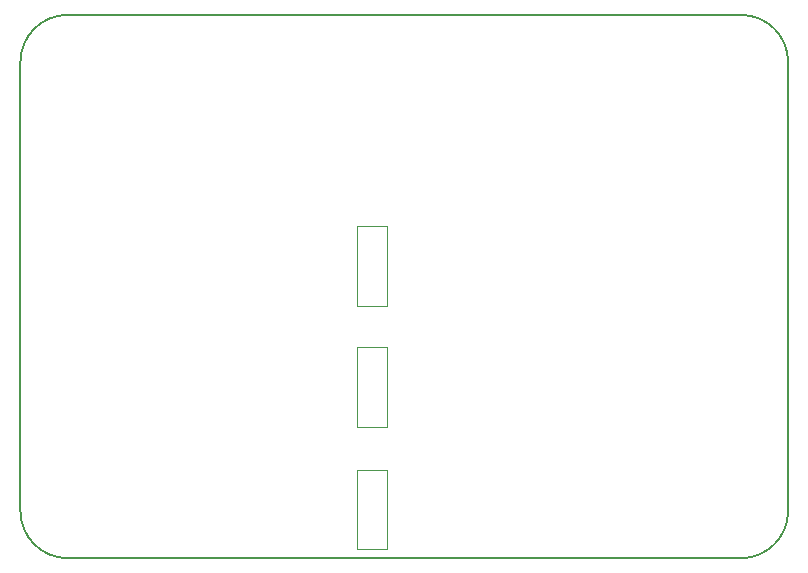
<source format=gm1>
G04 #@! TF.GenerationSoftware,KiCad,Pcbnew,8.0.3-8.0.3-0~ubuntu22.04.1*
G04 #@! TF.CreationDate,2024-06-26T14:32:35-07:00*
G04 #@! TF.ProjectId,pifire-relay-pwm-module-SSR-alt,70696669-7265-42d7-9265-6c61792d7077,rev?*
G04 #@! TF.SameCoordinates,Original*
G04 #@! TF.FileFunction,Profile,NP*
%FSLAX46Y46*%
G04 Gerber Fmt 4.6, Leading zero omitted, Abs format (unit mm)*
G04 Created by KiCad (PCBNEW 8.0.3-8.0.3-0~ubuntu22.04.1) date 2024-06-26 14:32:35*
%MOMM*%
%LPD*%
G01*
G04 APERTURE LIST*
G04 #@! TA.AperFunction,Profile*
%ADD10C,0.050000*%
G04 #@! TD*
G04 #@! TA.AperFunction,Profile*
%ADD11C,0.200000*%
G04 #@! TD*
G04 APERTURE END LIST*
D10*
X53500000Y-53125000D02*
X56000000Y-53125000D01*
X56000000Y-59875000D01*
X53500000Y-59875000D01*
X53500000Y-53125000D01*
D11*
X90000000Y-29000000D02*
X90000000Y-67000000D01*
X29000000Y-25000000D02*
X86000000Y-25000000D01*
D10*
X53500000Y-63500000D02*
X56000000Y-63500000D01*
X56000000Y-70250000D01*
X53500000Y-70250000D01*
X53500000Y-63500000D01*
X53500000Y-42875000D02*
X56000000Y-42875000D01*
X56000000Y-49625000D01*
X53500000Y-49625000D01*
X53500000Y-42875000D01*
D11*
X86000000Y-25000000D02*
G75*
G02*
X90000000Y-29000000I0J-4000000D01*
G01*
X86000000Y-71000000D02*
X29000000Y-71000000D01*
X25000000Y-29000000D02*
G75*
G02*
X29000000Y-25000000I4000000J0D01*
G01*
X90000000Y-67000000D02*
G75*
G02*
X86000000Y-71000000I-4000000J0D01*
G01*
X29000000Y-71000000D02*
G75*
G02*
X25000000Y-67000000I0J4000000D01*
G01*
X25000000Y-67000000D02*
X25000000Y-29000000D01*
M02*

</source>
